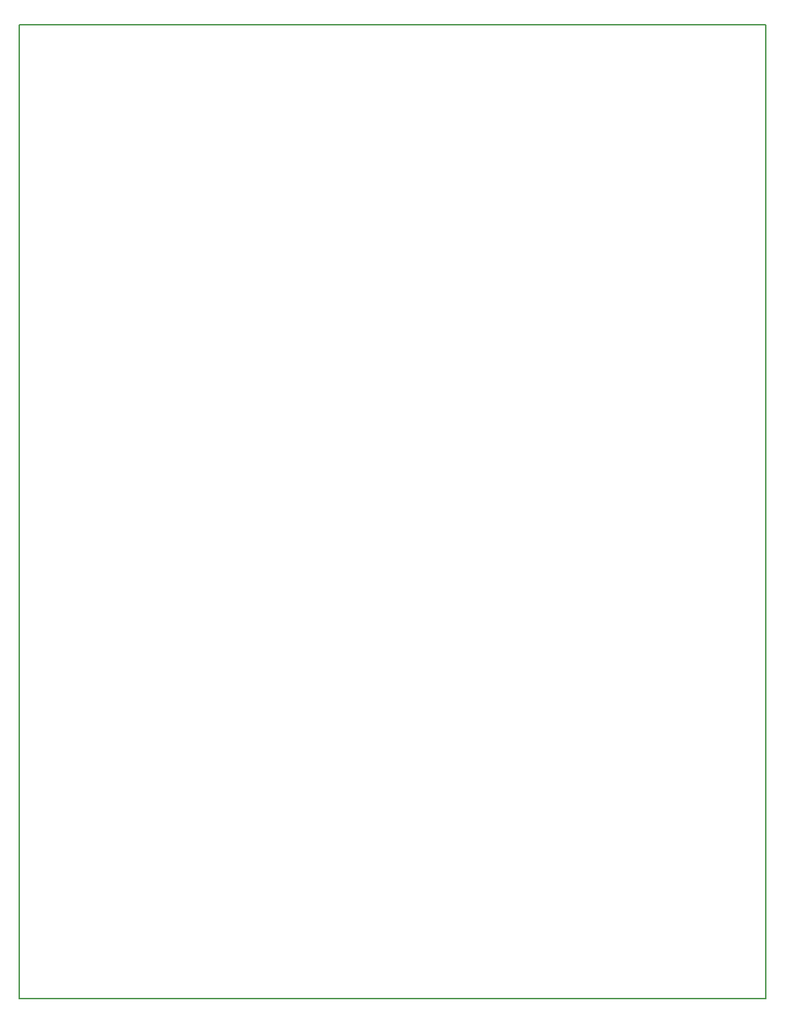
<source format=gm1>
G04 Layer_Color=16711935*
%FSLAX44Y44*%
%MOMM*%
G71*
G01*
G75*
%ADD46C,0.2000*%
D46*
X0Y0D02*
Y1200000D01*
X920000D01*
X0Y0D02*
X920000D01*
Y1200000D01*
M02*

</source>
